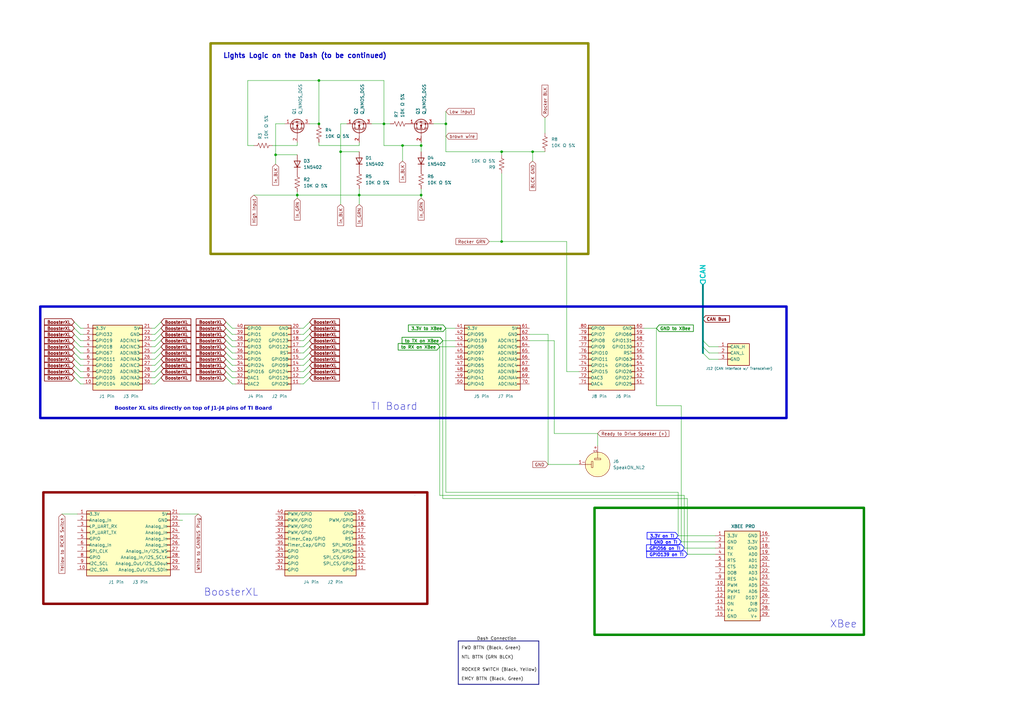
<source format=kicad_sch>
(kicad_sch (version 20230121) (generator eeschema)
  (paper "A3")
  (lib_symbols
    (symbol "Conn_02x06_Counter_Clockwise_1" (pin_names (offset 1.016))
      (property "Value" "J1 Pin	J3 Pin" (at -6.35 -22.86 0))
      (symbol "Conn_02x06_Counter_Clockwise_1_1_1"
        (rectangle (start -8.89 -17.653) (end -7.62 -17.907) (stroke (width 0.1524)))
        (rectangle (start -8.89 -15.113) (end -7.62 -15.367) (stroke (width 0.1524)))
        (rectangle (start -8.89 -12.573) (end -7.62 -12.827) (stroke (width 0.1524)))
        (rectangle (start -8.89 -10.033) (end -7.62 -10.287) (stroke (width 0.1524)))
        (rectangle (start -8.89 -7.493) (end -7.62 -7.747) (stroke (width 0.1524)))
        (rectangle (start -8.89 -4.953) (end -7.62 -5.207) (stroke (width 0.1524)))
        (rectangle (start -8.89 -2.413) (end -7.62 -2.667) (stroke (width 0.1524)))
        (rectangle (start -8.89 0.127) (end -7.62 -0.127) (stroke (width 0.1524)))
        (rectangle (start -8.89 2.667) (end -7.62 2.413) (stroke (width 0.1524)))
        (rectangle (start -8.89 5.207) (end -7.62 4.953) (stroke (width 0.1524)))
        (rectangle (start -8.89 6.35) (end 11.43 -20.32) (stroke (width 0.254)) (fill (type background)))
        (rectangle (start 11.43 -17.907) (end 10.16 -17.653) (stroke (width 0.1524)))
        (rectangle (start 11.43 -15.367) (end 10.16 -15.113) (stroke (width 0.1524)))
        (rectangle (start 11.43 -12.827) (end 10.16 -12.573) (stroke (width 0.1524)))
        (rectangle (start 11.43 -10.287) (end 10.16 -10.033) (stroke (width 0.1524)))
        (rectangle (start 11.43 -7.493) (end 10.16 -7.747) (stroke (width 0.1524)))
        (rectangle (start 11.43 -4.953) (end 10.16 -5.207) (stroke (width 0.1524)))
        (rectangle (start 11.43 -2.413) (end 10.16 -2.667) (stroke (width 0.1524)))
        (rectangle (start 11.43 0.127) (end 10.16 -0.127) (stroke (width 0.1524)))
        (rectangle (start 11.43 2.667) (end 10.16 2.413) (stroke (width 0.1524)))
        (rectangle (start 11.43 5.207) (end 10.16 4.953) (stroke (width 0.1524)))
        (pin passive line (at -12.7 5.08 0) (length 3.81) (name "3.3V") (number "1"))
        (pin passive line (at -12.7 -17.78 0) (length 3.81) (name "GPIO104") (number "10"))
        (pin passive line (at -12.7 2.54 0) (length 3.81) (name "GPIO32") (number "2"))
        (pin passive line (at 15.24 5.08 180) (length 3.81) (name "5V") (number "21"))
        (pin passive line (at 15.24 2.54 180) (length 3.81) (name "GND") (number "22"))
        (pin passive line (at 15.24 0 180) (length 3.81) (name "ADCIN14") (number "23"))
        (pin passive line (at 15.24 -2.54 180) (length 3.81) (name "ADCINC3") (number "24"))
        (pin passive line (at 15.24 -5.08 180) (length 3.81) (name "ADCINB3") (number "25"))
        (pin passive line (at 15.24 -7.62 180) (length 3.81) (name "ADCINA3") (number "26"))
        (pin passive line (at 15.24 -10.16 180) (length 3.81) (name "ADCINC2") (number "27"))
        (pin passive line (at 15.24 -12.7 180) (length 3.81) (name "ADCINB2") (number "28"))
        (pin passive line (at 15.24 -15.24 180) (length 3.81) (name "ADCINA2") (number "29"))
        (pin passive line (at -12.7 0 0) (length 3.81) (name "GPIO19") (number "3"))
        (pin passive line (at 15.24 -17.78 180) (length 3.81) (name "ADCINA0") (number "30"))
        (pin passive line (at -12.7 -2.54 0) (length 3.81) (name "GPIO18") (number "4"))
        (pin passive line (at -12.7 -5.08 0) (length 3.81) (name "GPIO67") (number "5"))
        (pin passive line (at -12.7 -7.62 0) (length 3.81) (name "GPIO111") (number "6"))
        (pin passive line (at -12.7 -10.16 0) (length 3.81) (name "GPIO60") (number "7"))
        (pin passive line (at -12.7 -12.7 0) (length 3.81) (name "GPIO22") (number "8"))
        (pin passive line (at -12.7 -15.24 0) (length 3.81) (name "GPIO105") (number "9"))
      )
    )
    (symbol "Conn_02x06_Counter_Clockwise_2" (pin_names (offset 1.016))
      (property "Value" "J4 Pin	J2 Pin" (at -11.43 -22.86 0))
      (symbol "Conn_02x06_Counter_Clockwise_2_1_1"
        (rectangle (start -12.7 -17.653) (end -11.43 -17.907) (stroke (width 0.1524)))
        (rectangle (start -12.7 -15.113) (end -11.43 -15.367) (stroke (width 0.1524)))
        (rectangle (start -12.7 -12.573) (end -11.43 -12.827) (stroke (width 0.1524)))
        (rectangle (start -12.7 -10.033) (end -11.43 -10.287) (stroke (width 0.1524)))
        (rectangle (start -12.7 -7.493) (end -11.43 -7.747) (stroke (width 0.1524)))
        (rectangle (start -12.7 -4.953) (end -11.43 -5.207) (stroke (width 0.1524)))
        (rectangle (start -12.7 -2.413) (end -11.43 -2.667) (stroke (width 0.1524)))
        (rectangle (start -12.7 0.127) (end -11.43 -0.127) (stroke (width 0.1524)))
        (rectangle (start -12.7 2.667) (end -11.43 2.413) (stroke (width 0.1524)))
        (rectangle (start -12.7 5.207) (end -11.43 4.953) (stroke (width 0.1524)))
        (rectangle (start -12.7 6.35) (end 6.35 -20.32) (stroke (width 0.254)) (fill (type background)))
        (rectangle (start 6.35 -17.907) (end 5.08 -17.653) (stroke (width 0.1524)))
        (rectangle (start 6.35 -15.367) (end 5.08 -15.113) (stroke (width 0.1524)))
        (rectangle (start 6.35 -12.827) (end 5.08 -12.573) (stroke (width 0.1524)))
        (rectangle (start 6.35 -10.287) (end 5.08 -10.033) (stroke (width 0.1524)))
        (rectangle (start 6.35 -7.493) (end 5.08 -7.747) (stroke (width 0.1524)))
        (rectangle (start 6.35 -4.953) (end 5.08 -5.207) (stroke (width 0.1524)))
        (rectangle (start 6.35 -2.413) (end 5.08 -2.667) (stroke (width 0.1524)))
        (rectangle (start 6.35 0.127) (end 5.08 -0.127) (stroke (width 0.1524)))
        (rectangle (start 6.35 2.667) (end 5.08 2.413) (stroke (width 0.1524)))
        (rectangle (start 6.35 5.207) (end 5.08 4.953) (stroke (width 0.1524)))
        (pin passive line (at 10.16 -17.78 180) (length 3.81) (name "GPIO29") (number "11"))
        (pin passive line (at 10.16 -15.24 180) (length 3.81) (name "GPIO125") (number "12"))
        (pin passive line (at 10.16 -12.7 180) (length 3.81) (name "GPIO124") (number "13"))
        (pin passive line (at 10.16 -10.16 180) (length 3.81) (name "GPIO59") (number "14"))
        (pin passive line (at 10.16 -7.62 180) (length 3.81) (name "GPIO58") (number "15"))
        (pin passive line (at 10.16 -5.08 180) (length 3.81) (name "RST") (number "16"))
        (pin passive line (at 10.16 -2.54 180) (length 3.81) (name "GPIO122") (number "17"))
        (pin passive line (at 10.16 0 180) (length 3.81) (name "GPIO123") (number "18"))
        (pin passive line (at 10.16 2.54 180) (length 3.81) (name "GPIO61") (number "19"))
        (pin passive line (at 10.16 5.08 180) (length 3.81) (name "GND") (number "20"))
        (pin passive line (at -16.51 -17.78 0) (length 3.81) (name "DAC2") (number "31"))
        (pin passive line (at -16.51 -15.24 0) (length 3.81) (name "DAC1") (number "32"))
        (pin passive line (at -16.51 -12.7 0) (length 3.81) (name "GPIO16") (number "33"))
        (pin passive line (at -16.51 -10.16 0) (length 3.81) (name "GPIO24") (number "34"))
        (pin passive line (at -16.51 -7.62 0) (length 3.81) (name "GPIO5") (number "35"))
        (pin passive line (at -16.51 -5.08 0) (length 3.81) (name "GPIO4") (number "36"))
        (pin passive line (at -16.51 -2.54 0) (length 3.81) (name "GPIO3") (number "37"))
        (pin passive line (at -16.51 0 0) (length 3.81) (name "GPIO2") (number "38"))
        (pin passive line (at -16.51 2.54 0) (length 3.81) (name "GPIO1") (number "39"))
        (pin passive line (at -16.51 5.08 0) (length 3.81) (name "GPIO0") (number "40"))
      )
    )
    (symbol "Conn_02x06_Counter_Clockwise_3" (pin_names (offset 1.016))
      (property "Value" "J5 Pin	J7 Pin" (at -13.97 -22.86 0))
      (symbol "Conn_02x06_Counter_Clockwise_3_1_1"
        (rectangle (start -17.78 -17.653) (end -16.51 -17.907) (stroke (width 0.1524)))
        (rectangle (start -17.78 -15.113) (end -16.51 -15.367) (stroke (width 0.1524)))
        (rectangle (start -17.78 -12.573) (end -16.51 -12.827) (stroke (width 0.1524)))
        (rectangle (start -17.78 -10.033) (end -16.51 -10.287) (stroke (width 0.1524)))
        (rectangle (start -17.78 -7.493) (end -16.51 -7.747) (stroke (width 0.1524)))
        (rectangle (start -17.78 -4.953) (end -16.51 -5.207) (stroke (width 0.1524)))
        (rectangle (start -17.78 -2.413) (end -16.51 -2.667) (stroke (width 0.1524)))
        (rectangle (start -17.78 0.127) (end -16.51 -0.127) (stroke (width 0.1524)))
        (rectangle (start -17.78 2.667) (end -16.51 2.413) (stroke (width 0.1524)))
        (rectangle (start -17.78 5.207) (end -16.51 4.953) (stroke (width 0.1524)))
        (rectangle (start -17.78 6.35) (end 5.08 -20.32) (stroke (width 0.254)) (fill (type background)))
        (rectangle (start 5.08 -17.907) (end 3.81 -17.653) (stroke (width 0.1524)))
        (rectangle (start 5.08 -15.367) (end 3.81 -15.113) (stroke (width 0.1524)))
        (rectangle (start 5.08 -12.827) (end 3.81 -12.573) (stroke (width 0.1524)))
        (rectangle (start 5.08 -10.287) (end 3.81 -10.033) (stroke (width 0.1524)))
        (rectangle (start 5.08 -7.493) (end 3.81 -7.747) (stroke (width 0.1524)))
        (rectangle (start 5.08 -4.953) (end 3.81 -5.207) (stroke (width 0.1524)))
        (rectangle (start 5.08 -2.413) (end 3.81 -2.667) (stroke (width 0.1524)))
        (rectangle (start 5.08 0.127) (end 3.81 -0.127) (stroke (width 0.1524)))
        (rectangle (start 5.08 2.667) (end 3.81 2.413) (stroke (width 0.1524)))
        (rectangle (start 5.08 5.207) (end 3.81 4.953) (stroke (width 0.1524)))
        (pin passive line (at -21.59 5.08 0) (length 3.81) (name "3.3V") (number "41"))
        (pin passive line (at -21.59 2.54 0) (length 3.81) (name "GPIO95") (number "42"))
        (pin passive line (at -21.59 0 0) (length 3.81) (name "GPIO139") (number "43"))
        (pin passive line (at -21.59 -2.54 0) (length 3.81) (name "GPIO56") (number "44"))
        (pin passive line (at -21.59 -5.08 0) (length 3.81) (name "GPIO97") (number "45"))
        (pin passive line (at -21.59 -7.62 0) (length 3.81) (name "GPIO94") (number "46"))
        (pin passive line (at -21.59 -10.16 0) (length 3.81) (name "GPIO65") (number "47"))
        (pin passive line (at -21.59 -12.7 0) (length 3.81) (name "GPIO52") (number "48"))
        (pin passive line (at -21.59 -15.24 0) (length 3.81) (name "GPIO41") (number "49"))
        (pin passive line (at -21.59 -17.78 0) (length 3.81) (name "GPIO40") (number "50"))
        (pin passive line (at 8.89 5.08 180) (length 3.81) (name "5V") (number "61"))
        (pin passive line (at 8.89 2.54 180) (length 3.81) (name "GND") (number "62"))
        (pin passive line (at 8.89 0 180) (length 3.81) (name "ADCIN15") (number "63"))
        (pin passive line (at 8.89 -2.54 180) (length 3.81) (name "ADCINC5") (number "64"))
        (pin passive line (at 8.89 -5.08 180) (length 3.81) (name "ADCINB5") (number "65"))
        (pin passive line (at 8.89 -7.62 180) (length 3.81) (name "ADCINA5") (number "66"))
        (pin passive line (at 8.89 -10.16 180) (length 3.81) (name "ADCINC4") (number "67"))
        (pin passive line (at 8.89 -12.7 180) (length 3.81) (name "ADCINB4") (number "68"))
        (pin passive line (at 8.89 -15.24 180) (length 3.81) (name "ADCINA4") (number "69"))
        (pin passive line (at 8.89 -17.78 180) (length 3.81) (name "ADCINA1") (number "70"))
      )
    )
    (symbol "Conn_02x06_Counter_Clockwise_4" (pin_names (offset 1.016))
      (property "Value" "J8 Pin	J6 Pin" (at -10.16 -22.86 0))
      (symbol "Conn_02x06_Counter_Clockwise_4_1_1"
        (rectangle (start -11.43 -17.653) (end -10.16 -17.907) (stroke (width 0.1524)))
        (rectangle (start -11.43 -15.113) (end -10.16 -15.367) (stroke (width 0.1524)))
        (rectangle (start -11.43 -12.573) (end -10.16 -12.827) (stroke (width 0.1524)))
        (rectangle (start -11.43 -10.033) (end -10.16 -10.287) (stroke (width 0.1524)))
        (rectangle (start -11.43 -7.493) (end -10.16 -7.747) (stroke (width 0.1524)))
        (rectangle (start -11.43 -4.953) (end -10.16 -5.207) (stroke (width 0.1524)))
        (rectangle (start -11.43 -2.413) (end -10.16 -2.667) (stroke (width 0.1524)))
        (rectangle (start -11.43 0.127) (end -10.16 -0.127) (stroke (width 0.1524)))
        (rectangle (start -11.43 2.667) (end -10.16 2.413) (stroke (width 0.1524)))
        (rectangle (start -11.43 5.207) (end -10.16 4.953) (stroke (width 0.1524)))
        (rectangle (start -11.43 6.35) (end 7.62 -20.32) (stroke (width 0.254)) (fill (type background)))
        (rectangle (start 7.62 -17.907) (end 6.35 -17.653) (stroke (width 0.1524)))
        (rectangle (start 7.62 -15.367) (end 6.35 -15.113) (stroke (width 0.1524)))
        (rectangle (start 7.62 -12.827) (end 6.35 -12.573) (stroke (width 0.1524)))
        (rectangle (start 7.62 -10.287) (end 6.35 -10.033) (stroke (width 0.1524)))
        (rectangle (start 7.62 -7.493) (end 6.35 -7.747) (stroke (width 0.1524)))
        (rectangle (start 7.62 -4.953) (end 6.35 -5.207) (stroke (width 0.1524)))
        (rectangle (start 7.62 -2.413) (end 6.35 -2.667) (stroke (width 0.1524)))
        (rectangle (start 7.62 0.127) (end 6.35 -0.127) (stroke (width 0.1524)))
        (rectangle (start 7.62 2.667) (end 6.35 2.413) (stroke (width 0.1524)))
        (rectangle (start 7.62 5.207) (end 6.35 4.953) (stroke (width 0.1524)))
        (pin passive line (at 11.43 -17.78 180) (length 3.81) (name "GPIO25") (number "51"))
        (pin passive line (at 11.43 -15.24 180) (length 3.81) (name "GPIO27") (number "52"))
        (pin passive line (at 11.43 -12.7 180) (length 3.81) (name "GPIO26") (number "53"))
        (pin passive line (at 11.43 -10.16 180) (length 3.81) (name "GPIO64") (number "54"))
        (pin passive line (at 11.43 -7.62 180) (length 3.81) (name "GPIO63") (number "55"))
        (pin passive line (at 11.43 -5.08 180) (length 3.81) (name "RST") (number "56"))
        (pin passive line (at 11.43 -2.54 180) (length 3.81) (name "GPIO130") (number "57"))
        (pin passive line (at 11.43 0 180) (length 3.81) (name "GPIO131") (number "58"))
        (pin passive line (at 11.43 2.54 180) (length 3.81) (name "GPIO66") (number "59"))
        (pin passive line (at 11.43 5.08 180) (length 3.81) (name "GND") (number "60"))
        (pin passive line (at -15.24 -17.78 0) (length 3.81) (name "DAC4") (number "71"))
        (pin passive line (at -15.24 -15.24 0) (length 3.81) (name "DAC3") (number "72"))
        (pin passive line (at -15.24 -12.7 0) (length 3.81) (name "GPIO15") (number "73"))
        (pin passive line (at -15.24 -10.16 0) (length 3.81) (name "GPIO14") (number "74"))
        (pin passive line (at -15.24 -7.62 0) (length 3.81) (name "GPIO11") (number "75"))
        (pin passive line (at -15.24 -5.08 0) (length 3.81) (name "GPIO10") (number "76"))
        (pin passive line (at -15.24 -2.54 0) (length 3.81) (name "GPIO9") (number "77"))
        (pin passive line (at -15.24 0 0) (length 3.81) (name "GPIO8") (number "78"))
        (pin passive line (at -15.24 2.54 0) (length 3.81) (name "GPIO7") (number "79"))
        (pin passive line (at -15.24 5.08 0) (length 3.81) (name "GPIO6") (number "80"))
      )
    )
    (symbol "Conn_02x06_Counter_Clockwise_5" (pin_names (offset 1.016))
      (property "Value" "J12 (CAN Interface w/ Transceiver)" (at -20.32 -3.81 0))
      (symbol "Conn_02x06_Counter_Clockwise_5_1_1"
        (rectangle (start -11.43 0.127) (end -10.16 -0.127) (stroke (width 0.1524)))
        (rectangle (start -11.43 2.667) (end -10.16 2.413) (stroke (width 0.1524)))
        (rectangle (start -11.43 5.207) (end -10.16 4.953) (stroke (width 0.1524)))
        (rectangle (start -11.43 6.35) (end -2.54 -2.54) (stroke (width 0.254)) (fill (type background)))
        (pin passive line (at -15.24 5.08 0) (length 3.81) (name "CAN_H") (number "1"))
        (pin passive line (at -15.24 2.54 0) (length 3.81) (name "CAN_L") (number "2"))
        (pin passive line (at -15.24 0 0) (length 3.81) (name "GND") (number "3"))
      )
    )
    (symbol "Conn_02x06_Counter_Clockwise_6" (pin_names (offset 1.016))
      (property "Value" "XBEE PRO" (at -5.08 20.32 0))
      (symbol "Conn_02x06_Counter_Clockwise_6_1_1"
        (rectangle (start -7.62 18.415) (end 6.985 -18.415) (stroke (width 0.254)) (fill (type background)))
        (pin passive line (at -11.43 16.51 0) (length 3.81) (name "3.3V") (number "1"))
        (pin passive line (at -11.43 -3.81 0) (length 3.81) (name "PWM") (number "10"))
        (pin passive line (at -11.43 -6.35 0) (length 3.81) (name "PWM1") (number "11"))
        (pin passive line (at -11.43 -8.89 0) (length 3.81) (name "REF") (number "12"))
        (pin passive line (at -11.43 -11.43 0) (length 3.81) (name "ON") (number "13"))
        (pin passive line (at -11.43 -13.97 0) (length 3.81) (name "V+") (number "14"))
        (pin passive line (at -11.43 -16.51 0) (length 3.81) (name "GND") (number "15"))
        (pin passive line (at 10.795 16.51 180) (length 3.81) (name "GND") (number "16"))
        (pin passive line (at 10.795 13.97 180) (length 3.81) (name "3.3V") (number "17"))
        (pin passive line (at 10.795 11.43 180) (length 3.81) (name "GND") (number "18"))
        (pin passive line (at 10.795 8.89 180) (length 3.81) (name "AD0") (number "19"))
        (pin passive line (at -11.43 13.97 0) (length 3.81) (name "GND") (number "2"))
        (pin passive line (at 10.795 6.35 180) (length 3.81) (name "AD1") (number "20"))
        (pin passive line (at 10.795 3.81 180) (length 3.81) (name "AD2") (number "21"))
        (pin passive line (at 10.795 1.27 180) (length 3.81) (name "AD3") (number "22"))
        (pin passive line (at 10.795 -1.27 180) (length 3.81) (name "AD4") (number "23"))
        (pin passive line (at 10.795 -3.81 180) (length 3.81) (name "AD5") (number "24"))
        (pin passive line (at 10.795 -6.35 180) (length 3.81) (name "AD6") (number "25"))
        (pin passive line (at 10.795 -8.89 180) (length 3.81) (name "D107") (number "26"))
        (pin passive line (at 10.795 -11.43 180) (length 3.81) (name "DI8") (number "27"))
        (pin passive line (at 10.795 -13.97 180) (length 3.81) (name "GND") (number "28"))
        (pin passive line (at 10.795 -16.51 180) (length 3.81) (name "V+") (number "29"))
        (pin passive line (at -11.43 11.43 0) (length 3.81) (name "RX") (number "3"))
        (pin passive line (at -11.43 8.89 0) (length 3.81) (name "TX") (number "4"))
        (pin passive line (at -11.43 6.35 0) (length 3.81) (name "RTS") (number "5"))
        (pin passive line (at -11.43 3.81 0) (length 3.81) (name "CTS") (number "6"))
        (pin passive line (at -11.43 1.27 0) (length 3.81) (name "DO8") (number "7"))
        (pin passive line (at -11.43 -1.27 0) (length 3.81) (name "RES") (number "9"))
      )
    )
    (symbol "Conn_02x06_Counter_Clockwise_7" (pin_names (offset 1.016))
      (property "Value" "J4 Pin	J2 Pin" (at -15.24 -22.86 0))
      (symbol "Conn_02x06_Counter_Clockwise_7_1_1"
        (rectangle (start -22.86 -17.653) (end -21.59 -17.907) (stroke (width 0.1524)))
        (rectangle (start -22.86 -15.113) (end -21.59 -15.367) (stroke (width 0.1524)))
        (rectangle (start -22.86 -12.573) (end -21.59 -12.827) (stroke (width 0.1524)))
        (rectangle (start -22.86 -10.033) (end -21.59 -10.287) (stroke (width 0.1524)))
        (rectangle (start -22.86 -7.493) (end -21.59 -7.747) (stroke (width 0.1524)))
        (rectangle (start -22.86 -4.953) (end -21.59 -5.207) (stroke (width 0.1524)))
        (rectangle (start -22.86 -2.413) (end -21.59 -2.667) (stroke (width 0.1524)))
        (rectangle (start -22.86 0.127) (end -21.59 -0.127) (stroke (width 0.1524)))
        (rectangle (start -22.86 2.667) (end -21.59 2.413) (stroke (width 0.1524)))
        (rectangle (start -22.86 5.207) (end -21.59 4.953) (stroke (width 0.1524)))
        (rectangle (start -22.86 6.35) (end 6.35 -20.32) (stroke (width 0.254)) (fill (type background)))
        (rectangle (start 6.35 -17.907) (end 5.08 -17.653) (stroke (width 0.1524)))
        (rectangle (start 6.35 -15.367) (end 5.08 -15.113) (stroke (width 0.1524)))
        (rectangle (start 6.35 -12.827) (end 5.08 -12.573) (stroke (width 0.1524)))
        (rectangle (start 6.35 -10.287) (end 5.08 -10.033) (stroke (width 0.1524)))
        (rectangle (start 6.35 -7.493) (end 5.08 -7.747) (stroke (width 0.1524)))
        (rectangle (start 6.35 -4.953) (end 5.08 -5.207) (stroke (width 0.1524)))
        (rectangle (start 6.35 -2.413) (end 5.08 -2.667) (stroke (width 0.1524)))
        (rectangle (start 6.35 0.127) (end 5.08 -0.127) (stroke (width 0.1524)))
        (rectangle (start 6.35 2.667) (end 5.08 2.413) (stroke (width 0.1524)))
        (rectangle (start 6.35 5.207) (end 5.08 4.953) (stroke (width 0.1524)))
        (pin passive line (at 10.16 -17.78 180) (length 3.81) (name "GPIO") (number "11"))
        (pin passive line (at 10.16 -15.24 180) (length 3.81) (name "SPI_CS/GPIO") (number "12"))
        (pin passive line (at 10.16 -12.7 180) (length 3.81) (name "SPI_CS/GPIO") (number "13"))
        (pin passive line (at 10.16 -10.16 180) (length 3.81) (name "SPI_MISO") (number "14"))
        (pin passive line (at 10.16 -7.62 180) (length 3.81) (name "SPI_MOSI") (number "15"))
        (pin passive line (at 10.16 -5.08 180) (length 3.81) (name "RST") (number "16"))
        (pin passive line (at 10.16 -2.54 180) (length 3.81) (name "GPIO") (number "17"))
        (pin passive line (at 10.16 0 180) (length 3.81) (name "GPIO") (number "18"))
        (pin passive line (at 10.16 2.54 180) (length 3.81) (name "PWM/GPIO") (number "19"))
        (pin passive line (at 10.16 5.08 180) (length 3.81) (name "GND") (number "20"))
        (pin passive line (at -26.67 -17.78 0) (length 3.81) (name "GPIO") (number "31"))
        (pin passive line (at -26.67 -15.24 0) (length 3.81) (name "GPIO") (number "32"))
        (pin passive line (at -26.67 -12.7 0) (length 3.81) (name "GPIO") (number "33"))
        (pin passive line (at -26.67 -10.16 0) (length 3.81) (name "GPIO") (number "34"))
        (pin passive line (at -26.67 -7.62 0) (length 3.81) (name "Timer_Cap/GPIO") (number "35"))
        (pin passive line (at -26.67 -5.08 0) (length 3.81) (name "Timer_Cap/GPIO") (number "36"))
        (pin passive line (at -26.67 -2.54 0) (length 3.81) (name "PWM/GPIO") (number "37"))
        (pin passive line (at -26.67 0 0) (length 3.81) (name "PWM/GPIO") (number "38"))
        (pin passive line (at -26.67 2.54 0) (length 3.81) (name "PWM/GPIO") (number "39"))
        (pin passive line (at -26.67 5.08 0) (length 3.81) (name "PWM/GPIO") (number "40"))
      )
    )
    (symbol "Conn_02x06_Counter_Clockwise_8" (pin_names (offset 1.016))
      (property "Value" "J1 Pin	J3 Pin" (at 0 -22.86 0))
      (symbol "Conn_02x06_Counter_Clockwise_8_1_1"
        (rectangle (start -8.89 -17.653) (end -7.62 -17.907) (stroke (width 0.1524)))
        (rectangle (start -8.89 -15.113) (end -7.62 -15.367) (stroke (width 0.1524)))
        (rectangle (start -8.89 -12.573) (end -7.62 -12.827) (stroke (width 0.1524)))
        (rectangle (start -8.89 -10.033) (end -7.62 -10.287) (stroke (width 0.1524)))
        (rectangle (start -8.89 -7.493) (end -7.62 -7.747) (stroke (width 0.1524)))
        (rectangle (start -8.89 -4.953) (end -7.62 -5.207) (stroke (width 0.1524)))
        (rectangle (start -8.89 -2.413) (end -7.62 -2.667) (stroke (width 0.1524)))
        (rectangle (start -8.89 0.127) (end -7.62 -0.127) (stroke (width 0.1524)))
        (rectangle (start -8.89 2.667) (end -7.62 2.413) (stroke (width 0.1524)))
        (rectangle (start -8.89 5.207) (end -7.62 4.953) (stroke (width 0.1524)))
        (rectangle (start -8.89 6.35) (end 25.4 -20.32) (stroke (width 0.254)) (fill (type background)))
        (rectangle (start 25.4 -17.907) (end 24.13 -17.653) (stroke (width 0.1524)))
        (rectangle (start 25.4 -15.367) (end 24.13 -15.113) (stroke (width 0.1524)))
        (rectangle (start 25.4 -12.827) (end 24.13 -12.573) (stroke (width 0.1524)))
        (rectangle (start 25.4 -10.287) (end 24.13 -10.033) (stroke (width 0.1524)))
        (rectangle (start 25.4 -7.493) (end 24.13 -7.747) (stroke (width 0.1524)))
        (rectangle (start 25.4 -4.953) (end 24.13 -5.207) (stroke (width 0.1524)))
        (rectangle (start 25.4 -2.413) (end 24.13 -2.667) (stroke (width 0.1524)))
        (rectangle (start 25.4 0.127) (end 24.13 -0.127) (stroke (width 0.1524)))
        (rectangle (start 25.4 2.667) (end 24.13 2.413) (stroke (width 0.1524)))
        (rectangle (start 25.4 5.207) (end 24.13 4.953) (stroke (width 0.1524)))
        (pin passive line (at -12.7 5.08 0) (length 3.81) (name "3.3V") (number "1"))
        (pin passive line (at -12.7 -17.78 0) (length 3.81) (name "I2C_SDA") (number "10"))
        (pin passive line (at -12.7 2.54 0) (length 3.81) (name "Analog_In") (number "2"))
        (pin passive line (at 29.21 5.08 180) (length 3.81) (name "5V") (number "21"))
        (pin passive line (at 29.21 2.54 180) (length 3.81) (name "GND") (number "22"))
        (pin passive line (at 29.21 0 180) (length 3.81) (name "Analog_In") (number "23"))
        (pin passive line (at 29.21 -2.54 180) (length 3.81) (name "Analog_In") (number "24"))
        (pin passive line (at 29.21 -5.08 180) (length 3.81) (name "Analog_In") (number "25"))
        (pin passive line (at 29.21 -7.62 180) (length 3.81) (name "Analog_In") (number "26"))
        (pin passive line (at 29.21 -10.16 180) (length 3.81) (name "Analog_In/I2S_WS") (number "27"))
        (pin passive line (at 29.21 -12.7 180) (length 3.81) (name "Analog_In/I2S_SCLK") (number "28"))
        (pin passive line (at 29.21 -15.24 180) (length 3.81) (name "Analog_Out/I2S_SDout") (number "29"))
        (pin passive line (at -12.7 0 0) (length 3.81) (name "LP_UART_RX") (number "3"))
        (pin passive line (at 29.21 -17.78 180) (length 3.81) (name "Analog_Out/I2S_SDin") (number "30"))
        (pin passive line (at -12.7 -2.54 0) (length 3.81) (name "LP_UART_TX") (number "4"))
        (pin passive line (at -12.7 -5.08 0) (length 3.81) (name "GPIO") (number "5"))
        (pin passive line (at -12.7 -7.62 0) (length 3.81) (name "Analog_In") (number "6"))
        (pin passive line (at -12.7 -10.16 0) (length 3.81) (name "SPI_CLK") (number "7"))
        (pin passive line (at -12.7 -12.7 0) (length 3.81) (name "GPIO") (number "8"))
        (pin passive line (at -12.7 -15.24 0) (length 3.81) (name "I2C_SCL") (number "9"))
      )
    )
    (symbol "Connector_Audio:SpeakON_NL2" (pin_names hide)
      (property "Reference" "J" (at 2.54 8.89 0))
      (property "Value" "SpeakON_NL2" (at 7.62 6.35 0))
      (symbol "SpeakON_NL2_0_1"
        (rectangle (start -2.54 1.27) (end -1.905 -1.27))
        (rectangle (start -1.27 2.54) (end 1.27 1.905))
        (polyline (pts (xy -5.08 0) (xy -2.54 0)))
        (polyline (pts (xy 0 5.08) (xy 0 2.54)))
        (circle (center 0 0) (radius 5.08) (fill (type background)))
        (pin passive line (at -7.62 0 0) (length 2.54) (name "1-") (number "1-"))
      )
      (symbol "SpeakON_NL2_1_1"
        (pin passive line (at 0 7.62 270) (length 2.54) (name "1+") (number "1+"))
      )
    )
    (symbol "Device:Q_NMOS_DGS" (pin_names (offset 0) hide)
      (property "Reference" "Q" (at 5.08 1.27 0))
      (property "Value" "Q_NMOS_DGS" (at 5.08 -1.27 0))
      (symbol "Q_NMOS_DGS_0_1"
        (polyline (pts (xy 0.254 0) (xy -2.54 0)))
        (polyline (pts (xy 0.254 1.905) (xy 0.254 -1.905)) (stroke (width 0.254)))
        (polyline (pts (xy 0.762 -1.27) (xy 0.762 -2.286)) (stroke (width 0.254)))
        (polyline (pts (xy 0.762 0.508) (xy 0.762 -0.508)) (stroke (width 0.254)))
        (polyline (pts (xy 0.762 2.286) (xy 0.762 1.27)) (stroke (width 0.254)))
        (polyline (pts (xy 2.54 2.54) (xy 2.54 1.778)))
        (polyline (pts (xy 2.54 -2.54) (xy 2.54 0) (xy 0.762 0)))
        (polyline (pts (xy 0.762 -1.778) (xy 3.302 -1.778) (xy 3.302 1.778) (xy 0.762 1.778)))
        (polyline (pts (xy 1.016 0) (xy 2.032 0.381) (xy 2.032 -0.381) (xy 1.016 0)) (fill (type outline)))
        (polyline (pts (xy 2.794 0.508) (xy 2.921 0.381) (xy 3.683 0.381) (xy 3.81 0.254)))
        (polyline (pts (xy 3.302 0.381) (xy 2.921 -0.254) (xy 3.683 -0.254) (xy 3.302 0.381)))
        (circle (center 1.651 0) (radius 2.794) (stroke (width 0.254)))
        (circle (center 2.54 -1.778) (radius 0.254) (fill (type outline)))
        (circle (center 2.54 1.778) (radius 0.254) (fill (type outline)))
      )
      (symbol "Q_NMOS_DGS_1_1"
        (pin passive line (at 2.54 5.08 270) (length 2.54) (name "D") (number "1"))
        (pin input line (at -5.08 0 0) (length 2.54) (name "G") (number "2"))
        (pin passive line (at 2.54 -5.08 90) (length 2.54) (name "S") (number "3"))
      )
    )
    (symbol "Device:R_US" (pin_numbers hide) (pin_names (offset 0))
      (property "Reference" "R" (at 2.54 0 90))
      (property "Value" "R_US" (at -2.54 0 90))
      (symbol "R_US_0_1"
        (polyline (pts (xy 0 -2.286) (xy 0 -2.54)))
        (polyline (pts (xy 0 2.286) (xy 0 2.54)))
        (polyline (pts (xy 0 -0.762) (xy 1.016 -1.143) (xy 0 -1.524) (xy -1.016 -1.905) (xy 0 -2.286)))
        (polyline (pts (xy 0 0.762) (xy 1.016 0.381) (xy 0 0) (xy -1.016 -0.381) (xy 0 -0.762)))
        (polyline (pts (xy 0 2.286) (xy 1.016 1.905) (xy 0 1.524) (xy -1.016 1.143) (xy 0 0.762)))
      )
      (symbol "R_US_1_1"
        (pin passive line (at 0 3.81 270) (length 1.27) (name "~") (number "1"))
        (pin passive line (at 0 -3.81 90) (length 1.27) (name "~") (number "2"))
      )
    )
    (symbol "Diode:1N5402" (pin_numbers hide) (pin_names hide)
      (property "Reference" "D" (at 0 2.54 0))
      (property "Value" "1N5402" (at 0 -2.54 0))
      (symbol "1N5402_0_1"
        (polyline (pts (xy -1.27 1.27) (xy -1.27 -1.27)) (stroke (width 0.254)))
        (polyline (pts (xy 1.27 0) (xy -1.27 0)))
        (polyline (pts (xy 1.27 1.27) (xy 1.27 -1.27) (xy -1.27 0) (xy 1.27 1.27)) (stroke (width 0.254)))
      )
      (symbol "1N5402_1_1"
        (pin passive line (at -3.81 0 0) (length 2.54) (name "K") (number "1"))
        (pin passive line (at 3.81 0 180) (length 2.54) (name "A") (number "2"))
      )
    )
  )
  (junction (at 130.81 50.8))
  (junction (at 172.72 80.01))
  (junction (at 218.44 62.23))
  (junction (at 182.88 50.8))
  (junction (at 139.7 62.23))
  (junction (at 172.72 59.69))
  (junction (at 130.81 33.02))
  (junction (at 205.74 99.06))
  (junction (at 157.48 50.8))
  (junction (at 205.74 62.23))
  (junction (at 147.32 80.01))
  (junction (at 121.92 80.01))
  (junction (at 113.03 63.5))
  (junction (at 165.1 59.69))
  (bus_entry (at 66.04 144.78) (size -2.54 2.54))
  (bus_entry (at 66.04 137.16) (size -2.54 2.54))
  (bus_entry (at 66.04 152.4) (size -2.54 2.54))
  (bus_entry (at 127 142.24) (size -2.54 2.54))
  (bus_entry (at 66.04 134.62) (size -2.54 2.54))
  (bus_entry (at 288.29 142.24) (size 2.54 2.54))
  (bus_entry (at 92.71 152.4) (size 2.54 2.54))
  (bus_entry (at 92.71 132.08) (size 2.54 2.54))
  (bus_entry (at 30.48 137.16) (size 2.54 2.54))
  (bus_entry (at 127 152.4) (size -2.54 2.54))
  (bus_entry (at 66.04 149.86) (size -2.54 2.54))
  (bus_entry (at 288.29 144.78) (size 2.54 2.54))
  (bus_entry (at 127 149.86) (size -2.54 2.54))
  (bus_entry (at 92.71 137.16) (size 2.54 2.54))
  (bus_entry (at 92.71 154.94) (size 2.54 2.54))
  (bus_entry (at 92.71 149.86) (size 2.54 2.54))
  (bus_entry (at 30.48 139.7) (size 2.54 2.54))
  (bus_entry (at 30.48 132.08) (size 2.54 2.54))
  (bus_entry (at 127 147.32) (size -2.54 2.54))
  (bus_entry (at 127 154.94) (size -2.54 2.54))
  (bus_entry (at 66.04 147.32) (size -2.54 2.54))
  (bus_entry (at 92.71 147.32) (size 2.54 2.54))
  (bus_entry (at 288.29 139.7) (size 2.54 2.54))
  (bus_entry (at 30.48 134.62) (size 2.54 2.54))
  (bus_entry (at 30.48 147.32) (size 2.54 2.54))
  (bus_entry (at 92.71 134.62) (size 2.54 2.54))
  (bus_entry (at 30.48 144.78) (size 2.54 2.54))
  (bus_entry (at 66.04 132.08) (size -2.54 2.54))
  (bus_entry (at 30.48 154.94) (size 2.54 2.54))
  (bus_entry (at 127 134.62) (size -2.54 2.54))
  (bus_entry (at 30.48 152.4) (size 2.54 2.54))
  (bus_entry (at 92.71 144.78) (size 2.54 2.54))
  (bus_entry (at 30.48 149.86) (size 2.54 2.54))
  (bus_entry (at 127 137.16) (size -2.54 2.54))
  (bus_entry (at 66.04 139.7) (size -2.54 2.54))
  (bus_entry (at 92.71 139.7) (size 2.54 2.54))
  (bus_entry (at 127 144.78) (size -2.54 2.54))
  (bus_entry (at 66.04 142.24) (size -2.54 2.54))
  (bus_entry (at 127 139.7) (size -2.54 2.54))
  (bus_entry (at 30.48 142.24) (size 2.54 2.54))
  (bus_entry (at 127 132.08) (size -2.54 2.54))
  (bus_entry (at 92.71 142.24) (size 2.54 2.54))
  (bus_entry (at 66.04 154.94) (size -2.54 2.54))
  (wire (pts (xy 113.03 63.5) (xy 121.92 63.5)))
  (wire (pts (xy 123.19 157.48) (xy 124.46 157.48)))
  (wire (pts (xy 101.6 59.69) (xy 101.6 33.02)))
  (wire (pts (xy 186.69 139.7) (xy 181.61 139.7)))
  (wire (pts (xy 33.02 139.7) (xy 34.29 139.7)))
  (wire (pts (xy 123.19 139.7) (xy 124.46 139.7)))
  (wire (pts (xy 280.67 203.2) (xy 180.34 203.2)))
  (wire (pts (xy 33.02 134.62) (xy 34.29 134.62)))
  (wire (pts (xy 172.72 81.28) (xy 172.72 80.01)))
  (wire (pts (xy 293.37 222.25) (xy 279.4 222.25)))
  (wire (pts (xy 95.25 147.32) (xy 96.52 147.32)))
  (wire (pts (xy 232.41 152.4) (xy 237.49 152.4)))
  (wire (pts (xy 123.19 134.62) (xy 124.46 134.62)))
  (wire (pts (xy 290.83 144.78) (xy 294.64 144.78)))
  (wire (pts (xy 33.02 144.78) (xy 34.29 144.78)))
  (wire (pts (xy 62.23 134.62) (xy 63.5 134.62)))
  (wire (pts (xy 227.33 139.7) (xy 217.17 139.7)))
  (bus (pts (xy 288.29 142.24) (xy 288.29 144.78)) (stroke (width 0.75) (color 0 132 132 1)))
  (wire (pts (xy 165.1 59.69) (xy 172.72 59.69)))
  (wire (pts (xy 147.32 59.69) (xy 147.32 58.42)))
  (wire (pts (xy 95.25 142.24) (xy 96.52 142.24)))
  (wire (pts (xy 182.88 50.8) (xy 182.88 62.23)))
  (wire (pts (xy 157.48 50.8) (xy 157.48 59.69)))
  (wire (pts (xy 224.79 137.16) (xy 217.17 137.16)))
  (wire (pts (xy 245.11 182.88) (xy 245.11 177.8)))
  (wire (pts (xy 123.19 137.16) (xy 124.46 137.16)))
  (wire (pts (xy 147.32 80.01) (xy 147.32 77.47)))
  (wire (pts (xy 73.66 213.36) (xy 74.93 213.36)))
  (wire (pts (xy 182.88 201.93) (xy 278.13 201.93)))
  (wire (pts (xy 33.02 142.24) (xy 34.29 142.24)))
  (wire (pts (xy 130.81 58.42) (xy 130.81 59.69)))
  (wire (pts (xy 95.25 134.62) (xy 96.52 134.62)))
  (wire (pts (xy 290.83 147.32) (xy 294.64 147.32)))
  (wire (pts (xy 139.7 62.23) (xy 147.32 62.23)))
  (wire (pts (xy 139.7 50.8) (xy 139.7 62.23)))
  (wire (pts (xy 123.19 147.32) (xy 124.46 147.32)))
  (wire (pts (xy 182.88 50.8) (xy 182.88 45.72)))
  (wire (pts (xy 279.4 166.37) (xy 279.4 222.25)))
  (wire (pts (xy 172.72 80.01) (xy 172.72 77.47)))
  (wire (pts (xy 62.23 149.86) (xy 63.5 149.86)))
  (wire (pts (xy 121.92 59.69) (xy 121.92 58.42)))
  (wire (pts (xy 73.66 210.82) (xy 81.28 210.82)))
  (wire (pts (xy 139.7 50.8) (xy 142.24 50.8)))
  (wire (pts (xy 290.83 142.24) (xy 294.64 142.24)))
  (bus (pts (xy 187.96 262.89) (xy 187.96 280.67)))
  (wire (pts (xy 200.66 99.06) (xy 205.74 99.06)))
  (wire (pts (xy 218.44 66.04) (xy 218.44 62.23)))
  (wire (pts (xy 205.74 63.5) (xy 205.74 62.23)))
  (wire (pts (xy 223.52 48.26) (xy 223.52 54.61)))
  (wire (pts (xy 62.23 144.78) (xy 63.5 144.78)))
  (wire (pts (xy 269.24 166.37) (xy 269.24 134.62)))
  (wire (pts (xy 172.72 59.69) (xy 172.72 58.42)))
  (wire (pts (xy 152.4 50.8) (xy 157.48 50.8)))
  (wire (pts (xy 186.69 142.24) (xy 180.34 142.24)))
  (bus (pts (xy 288.29 139.7) (xy 288.29 142.24)) (stroke (width 0.75) (color 0 132 132 1)))
  (wire (pts (xy 172.72 62.23) (xy 172.72 59.69)))
  (wire (pts (xy 182.88 62.23) (xy 205.74 62.23)))
  (wire (pts (xy 157.48 50.8) (xy 160.02 50.8)))
  (wire (pts (xy 95.25 157.48) (xy 96.52 157.48)))
  (wire (pts (xy 95.25 139.7) (xy 96.52 139.7)))
  (wire (pts (xy 165.1 66.04) (xy 165.1 59.69)))
  (wire (pts (xy 123.19 149.86) (xy 124.46 149.86)))
  (wire (pts (xy 113.03 50.8) (xy 113.03 63.5)))
  (wire (pts (xy 280.67 224.79) (xy 293.37 224.79)))
  (wire (pts (xy 280.67 203.2) (xy 280.67 224.79)))
  (wire (pts (xy 123.19 144.78) (xy 124.46 144.78)))
  (wire (pts (xy 62.23 147.32) (xy 63.5 147.32)))
  (wire (pts (xy 104.14 59.69) (xy 101.6 59.69)))
  (wire (pts (xy 182.88 134.62) (xy 182.88 201.93)))
  (wire (pts (xy 111.76 59.69) (xy 121.92 59.69)))
  (wire (pts (xy 123.19 142.24) (xy 124.46 142.24)))
  (wire (pts (xy 121.92 81.28) (xy 121.92 80.01)))
  (wire (pts (xy 123.19 154.94) (xy 124.46 154.94)))
  (bus (pts (xy 220.98 262.89) (xy 220.98 280.67)))
  (wire (pts (xy 147.32 80.01) (xy 172.72 80.01)))
  (wire (pts (xy 181.61 204.47) (xy 281.94 204.47)))
  (wire (pts (xy 62.23 152.4) (xy 63.5 152.4)))
  (wire (pts (xy 205.74 99.06) (xy 232.41 99.06)))
  (wire (pts (xy 232.41 152.4) (xy 232.41 99.06)))
  (wire (pts (xy 33.02 149.86) (xy 34.29 149.86)))
  (wire (pts (xy 177.8 50.8) (xy 182.88 50.8)))
  (wire (pts (xy 205.74 99.06) (xy 205.74 71.12)))
  (wire (pts (xy 95.25 137.16) (xy 96.52 137.16)))
  (wire (pts (xy 62.23 142.24) (xy 63.5 142.24)))
  (wire (pts (xy 33.02 152.4) (xy 34.29 152.4)))
  (wire (pts (xy 62.23 157.48) (xy 63.5 157.48)))
  (wire (pts (xy 182.88 134.62) (xy 186.69 134.62)))
  (bus (pts (xy 288.29 116.84) (xy 288.29 139.7)) (stroke (width 0.75) (color 0 132 132 1)))
  (wire (pts (xy 180.34 203.2) (xy 180.34 142.24)))
  (wire (pts (xy 121.92 80.01) (xy 147.32 80.01)))
  (wire (pts (xy 33.02 154.94) (xy 34.29 154.94)))
  (wire (pts (xy 123.19 152.4) (xy 124.46 152.4)))
  (wire (pts (xy 157.48 59.69) (xy 165.1 59.69)))
  (wire (pts (xy 157.48 50.8) (xy 157.48 33.02)))
  (wire (pts (xy 95.25 154.94) (xy 96.52 154.94)))
  (wire (pts (xy 113.03 67.31) (xy 113.03 63.5)))
  (wire (pts (xy 139.7 83.82) (xy 139.7 62.23)))
  (wire (pts (xy 130.81 59.69) (xy 147.32 59.69)))
  (wire (pts (xy 130.81 33.02) (xy 130.81 50.8)))
  (wire (pts (xy 62.23 154.94) (xy 63.5 154.94)))
  (wire (pts (xy 121.92 80.01) (xy 121.92 78.74)))
  (wire (pts (xy 147.32 83.82) (xy 147.32 80.01)))
  (wire (pts (xy 33.02 147.32) (xy 34.29 147.32)))
  (wire (pts (xy 205.74 62.23) (xy 218.44 62.23)))
  (wire (pts (xy 101.6 33.02) (xy 130.81 33.02)))
  (wire (pts (xy 281.94 204.47) (xy 281.94 227.33)))
  (wire (pts (xy 62.23 139.7) (xy 63.5 139.7)))
  (wire (pts (xy 62.23 137.16) (xy 63.5 137.16)))
  (bus (pts (xy 220.98 280.67) (xy 187.96 280.67)))
  (wire (pts (xy 181.61 139.7) (xy 181.61 204.47)))
  (bus (pts (xy 187.96 262.89) (xy 220.98 262.89)))
  (wire (pts (xy 95.25 152.4) (xy 96.52 152.4)))
  (wire (pts (xy 33.02 157.48) (xy 34.29 157.48)))
  (wire (pts (xy 95.25 149.86) (xy 96.52 149.86)))
  (wire (pts (xy 218.44 62.23) (xy 223.52 62.23)))
  (wire (pts (xy 227.33 177.8) (xy 245.11 177.8)))
  (wire (pts (xy 33.02 137.16) (xy 34.29 137.16)))
  (wire (pts (xy 95.25 144.78) (xy 96.52 144.78)))
  (wire (pts (xy 278.13 201.93) (xy 278.13 219.71)))
  (wire (pts (xy 116.84 50.8) (xy 113.03 50.8)))
  (wire (pts (xy 281.94 227.33) (xy 293.37 227.33)))
  (wire (pts (xy 278.13 219.71) (xy 293.37 219.71)))
  (wire (pts (xy 130.81 50.8) (xy 127 50.8)))
  (wire (pts (xy 224.79 137.16) (xy 224.79 190.5)))
  (wire (pts (xy 227.33 177.8) (xy 227.33 139.7)))
  (wire (pts (xy 25.4 210.82) (xy 31.75 210.82)))
  (wire (pts (xy 224.79 190.5) (xy 237.49 190.5)))
  (wire (pts (xy 104.14 80.01) (xy 121.92 80.01)))
  (wire (pts (xy 264.16 134.62) (xy 269.24 134.62)))
  (wire (pts (xy 157.48 33.02) (xy 130.81 33.02)))
  (wire (pts (xy 279.4 166.37) (xy 269.24 166.37)))
  (rectangle (start 16.51 125.73) (end 322.58 171.45) (stroke (width 1)))
  (rectangle (start 86.36 17.78) (end 241.3 104.14) (stroke (width 1) (color 132 132 0 1)))
  (rectangle (start 243.84 208.28) (end 354.33 260.35) (stroke (width 1) (color 0 132 0 1)))
  (rectangle (start 17.78 201.93) (end 175.26 247.65) (stroke (width 1) (color 132 0 0 1)))
  (text_box "TI Board" (at 149.86 162.56 0) (size 25.4 7.62) (stroke (width -0.0001)) (effects (font (size 3 3)) (justify left top)))
  (text_box "BoosterXL\n" (at 81.28 238.76 0) (size 25.4 7.62) (stroke (width -0.0001)) (effects (font (size 3 3)) (justify left top)))
  (text_box "" (at 170.18 203.2 0) (size 0 0) (effects (font (size 2.5 2.5)) (justify left top)))
  (text "Booster XL sits directly on top of J1-J4 pins of TI Board" (at 46.99 168.91 0) (effects (font (size 1.5 1.5)) (justify left bottom)))
  (text "Lights Logic on the Dash (to be continued)" (at 91.44 24.13 0) (effects (font (size 2 2) (thickness 0.4) bold) (justify left bottom)))
  (text "XBee" (at 340.36 257.81 0) (effects (font (size 3 3)) (justify left bottom)))
  (label "EMCY BTTN (Black, Green)" (at 189.23 279.4 0))
  (label "Dash Connection" (at 195.58 262.89 0))
  (label "NTL BTTN (GRN BLCK)" (at 189.23 270.51 0))
  (label "FWD BTTN (Black, Green)" (at 189.23 266.7 0))
  (label "ROCKER SWITCH (Black, Yellow)" (at 189.23 275.59 0))
  (global_label "BoosterXL" (shape input) (at 127 147.32 0) (effects (font (thickness 0.254) bold)) (property "Intersheetrefs" "${INTERSHEET_REFS}" (effects hide)))
  (global_label "High Input" (shape input) (at 104.14 80.01 270) (property "Intersheetrefs" "${INTERSHEET_REFS}" (effects hide)))
  (global_label "BoosterXL" (shape input) (at 30.48 149.86 180) (effects (font (thickness 0.254) bold)) (property "Intersheetrefs" "${INTERSHEET_REFS}" (effects hide)))
  (global_label "in_GRN" (shape input) (at 172.72 81.28 270) (property "Intersheetrefs" "${INTERSHEET_REFS}" (effects hide)))
  (global_label "in_BLK" (shape input) (at 165.1 66.04 270) (property "Intersheetrefs" "${INTERSHEET_REFS}" (effects hide)))
  (global_label "GND" (shape input) (at 224.79 190.5 180) (property "Intersheetrefs" "${INTERSHEET_REFS}" (effects hide)))
  (global_label "BoosterXL" (shape input) (at 92.71 152.4 180) (effects (font (thickness 0.254) bold)) (property "Intersheetrefs" "${INTERSHEET_REFS}" (effects hide)))
  (global_label "BoosterXL" (shape input) (at 92.71 154.94 180) (effects (font (thickness 0.254) bold)) (property "Intersheetrefs" "${INTERSHEET_REFS}" (effects hide)))
  (global_label "BoosterXL" (shape input) (at 66.04 149.86 0) (effects (font (thickness 0.254) bold)) (property "Intersheetrefs" "${INTERSHEET_REFS}" (effects hide)))
  (global_label "BoosterXL" (shape input) (at 30.48 132.08 180) (effects (font (thickness 0.254) bold)) (property "Intersheetrefs" "${INTERSHEET_REFS}" (effects hide)))
  (global_label "BoosterXL" (shape input) (at 127 139.7 0) (effects (font (thickness 0.254) bold)) (property "Intersheetrefs" "${INTERSHEET_REFS}" (effects hide)))
  (global_label "BoosterXL" (shape input) (at 66.04 139.7 0) (effects (font (thickness 0.254) bold)) (property "Intersheetrefs" "${INTERSHEET_REFS}" (effects hide)))
  (global_label "BoosterXL" (shape input) (at 127 137.16 0) (effects (font (thickness 0.254) bold)) (property "Intersheetrefs" "${INTERSHEET_REFS}" (effects hide)))
  (global_label "Low input" (shape input) (at 182.88 45.72 0) (property "Intersheetrefs" "${INTERSHEET_REFS}" (effects hide)))
  (global_label "BoosterXL" (shape input) (at 30.48 137.16 180) (effects (font (thickness 0.254) bold)) (property "Intersheetrefs" "${INTERSHEET_REFS}" (effects hide)))
  (global_label "BoosterXL" (shape input) (at 30.48 142.24 180) (effects (font (thickness 0.254) bold)) (property "Intersheetrefs" "${INTERSHEET_REFS}" (effects hide)))
  (global_label "in_BLK" (shape input) (at 139.7 83.82 270) (property "Intersheetrefs" "${INTERSHEET_REFS}" (effects hide)))
  (global_label "BoosterXL" (shape input) (at 66.04 152.4 0) (effects (font (thickness 0.254) bold)) (property "Intersheetrefs" "${INTERSHEET_REFS}" (effects hide)))
  (global_label "in_GRN" (shape input) (at 147.32 83.82 270) (property "Intersheetrefs" "${INTERSHEET_REFS}" (effects hide)))
  (global_label "brown wire" (shape input) (at 182.88 55.88 0) (property "Intersheetrefs" "${INTERSHEET_REFS}" (effects hide)))
  (global_label "BoosterXL" (shape input) (at 30.48 154.94 180) (effects (font (thickness 0.254) bold)) (property "Intersheetrefs" "${INTERSHEET_REFS}" (effects hide)))
  (global_label "GPIO56 on TI" (shape input) (at 280.67 224.79 180) (effects (font (thickness 0.254) bold)) (property "Intersheetrefs" "${INTERSHEET_REFS}" (effects hide)))
  (global_label "BoosterXL" (shape input) (at 66.04 142.24 0) (effects (font (thickness 0.254) bold)) (property "Intersheetrefs" "${INTERSHEET_REFS}" (effects hide)))
  (global_label "BoosterXL" (shape input) (at 30.48 139.7 180) (effects (font (thickness 0.254) bold)) (property "Intersheetrefs" "${INTERSHEET_REFS}" (effects hide)))
  (global_label "3.3V to XBee" (shape input) (at 182.88 134.62 180) (effects (font (thickness 0.254) bold)) (property "Intersheetrefs" "${INTERSHEET_REFS}" (effects hide)))
  (global_label "BoosterXL" (shape input) (at 66.04 137.16 0) (effects (font (thickness 0.254) bold)) (property "Intersheetrefs" "${INTERSHEET_REFS}" (effects hide)))
  (global_label "BoosterXL" (shape input) (at 66.04 154.94 0) (effects (font (thickness 0.254) bold)) (property "Intersheetrefs" "${INTERSHEET_REFS}" (effects hide)))
  (global_label "White to CANBUS Plug" (shape input) (at 81.28 210.82 270) (property "Intersheetrefs" "${INTERSHEET_REFS}" (effects hide)))
  (global_label "3.3V on TI" (shape input) (at 278.13 219.71 180) (effects (font (thickness 0.254) bold)) (property "Intersheetrefs" "${INTERSHEET_REFS}" (effects hide)))
  (global_label "BoosterXL" (shape input) (at 66.04 134.62 0) (effects (font (thickness 0.254) bold)) (property "Intersheetrefs" "${INTERSHEET_REFS}" (effects hide)))
  (global_label "Yellow to RCKR Switch" (shape input) (at 25.4 210.82 270) (property "Intersheetrefs" "${INTERSHEET_REFS}" (effects hide)))
  (global_label "BoosterXL" (shape input) (at 66.04 147.32 0) (effects (font (thickness 0.254) bold)) (property "Intersheetrefs" "${INTERSHEET_REFS}" (effects hide)))
  (global_label "BoosterXL" (shape input) (at 127 152.4 0) (effects (font (thickness 0.254) bold)) (property "Intersheetrefs" "${INTERSHEET_REFS}" (effects hide)))
  (global_label "BoosterXL" (shape input) (at 92.71 147.32 180) (effects (font (thickness 0.254) bold)) (property "Intersheetrefs" "${INTERSHEET_REFS}" (effects hide)))
  (global_label "BoosterXL" (shape input) (at 66.04 132.08 0) (effects (font (thickness 0.254) bold)) (property "Intersheetrefs" "${INTERSHEET_REFS}" (effects hide)))
  (global_label "Rocker GRN" (shape input) (at 200.66 99.06 180) (property "Intersheetrefs" "${INTERSHEET_REFS}" (effects hide)))
  (global_label "BoosterXL" (shape input) (at 127 142.24 0) (effects (font (thickness 0.254) bold)) (property "Intersheetrefs" "${INTERSHEET_REFS}" (effects hide)))
  (global_label "BoosterXL" (shape input) (at 127 149.86 0) (effects (font (thickness 0.254) bold)) (property "Intersheetrefs" "${INTERSHEET_REFS}" (effects hide)))
  (global_label "BoosterXL" (shape input) (at 30.48 147.32 180) (effects (font (thickness 0.254) bold)) (property "Intersheetrefs" "${INTERSHEET_REFS}" (effects hide)))
  (global_label "BoosterXL" (shape input) (at 127 154.94 0) (effects (font (thickness 0.254) bold)) (property "Intersheetrefs" "${INTERSHEET_REFS}" (effects hide)))
  (global_label "Ready to Drive Speaker (+)" (shape input) (at 245.11 177.8 0) (property "Intersheetrefs" "${INTERSHEET_REFS}" (effects hide)))
  (global_label "BoosterXL" (shape input) (at 127 132.08 0) (effects (font (thickness 0.254) bold)) (property "Intersheetrefs" "${INTERSHEET_REFS}" (effects hide)))
  (global_label "GND to XBee" (shape input) (at 269.24 134.62 0) (effects (font (thickness 0.254) bold)) (property "Intersheetrefs" "${INTERSHEET_REFS}" (effects hide)))
  (global_label "BoosterXL" (shape input) (at 30.48 134.62 180) (effects (font (thickness 0.254) bold)) (property "Intersheetrefs" "${INTERSHEET_REFS}" (effects hide)))
  (global_label "in_BLK" (shape input) (at 113.03 67.31 270) (property "Intersheetrefs" "${INTERSHEET_REFS}" (effects hide)))
  (global_label "BoosterXL" (shape input) (at 92.71 144.78 180) (effects (font (thickness 0.254) bold)) (property "Intersheetrefs" "${INTERSHEET_REFS}" (effects hide)))
  (global_label "BoosterXL" (shape input) (at 66.04 144.78 0) (effects (font (thickness 0.254) bold)) (property "Intersheetrefs" "${INTERSHEET_REFS}" (effects hide)))
  (global_label "GPIO139 on TI" (shape input) (at 281.94 227.33 180) (effects (font (thickness 0.254) bold)) (property "Intersheetrefs" "${INTERSHEET_REFS}" (effects hide)))
  (global_label "Rocker BLK" (shape input) (at 223.52 48.26 90) (property "Intersheetrefs" "${INTERSHEET_REFS}" (effects hide)))
  (global_label "BoosterXL" (shape input) (at 30.48 144.78 180) (effects (font (thickness 0.254) bold)) (property "Intersheetrefs" "${INTERSHEET_REFS}" (effects hide)))
  (global_label "BoosterXL" (shape input) (at 30.48 152.4 180) (effects (font (thickness 0.254) bold)) (property "Intersheetrefs" "${INTERSHEET_REFS}" (effects hide)))
  (global_label "in_GRN" (shape input) (at 121.92 81.28 270) (property "Intersheetrefs" "${INTERSHEET_REFS}" (effects hide)))
  (global_label "BoosterXL" (shape input) (at 92.71 132.08 180) (effects (font (thickness 0.254) bold)) (property "Intersheetrefs" "${INTERSHEET_REFS}" (effects hide)))
  (global_label "CAN Bus" (shape input) (at 288.29 130.81 0) (effects (font (thickness 0.254) bold)) (property "Intersheetrefs" "${INTERSHEET_REFS}" (effects hide)))
  (global_label "BoosterXL" (shape input) (at 92.71 137.16 180) (effects (font (thickness 0.254) bold)) (property "Intersheetrefs" "${INTERSHEET_REFS}" (effects hide)))
  (global_label "BoosterXL" (shape input) (at 127 144.78 0) (effects (font (thickness 0.254) bold)) (property "Intersheetrefs" "${INTERSHEET_REFS}" (effects hide)))
  (global_label "BoosterXL" (shape input) (at 92.71 139.7 180) (effects (font (thickness 0.254) bold)) (property "Intersheetrefs" "${INTERSHEET_REFS}" (effects hide)))
  (global_label "BoosterXL" (shape input) (at 127 134.62 0) (effects (font (thickness 0.254) bold)) (property "Intersheetrefs" "${INTERSHEET_REFS}" (effects hide)))
  (global_label "BoosterXL" (shape input) (at 92.71 149.86 180) (effects (font (thickness 0.254) bold)) (property "Intersheetrefs" "${INTERSHEET_REFS}" (effects hide)))
  (global_label "BoosterXL" (shape input) (at 92.71 142.24 180) (effects (font (thickness 0.254) bold)) (property "Intersheetrefs" "${INTERSHEET_REFS}" (effects hide)))
  (global_label "to RX on XBee" (shape input) (at 180.34 142.24 180) (effects (font (thickness 0.254) bold)) (property "Intersheetrefs" "${INTERSHEET_REFS}" (effects hide)))
  (global_label "to TX on XBee" (shape input) (at 181.61 139.7 180) (effects (font (thickness 0.254) bold)) (property "Intersheetrefs" "${INTERSHEET_REFS}" (effects hide)))
  (global_label "BoosterXL" (shape input) (at 92.71 134.62 180) (effects (font (thickness 0.254) bold)) (property "Intersheetrefs" "${INTERSHEET_REFS}" (effects hide)))
  (global_label "GND on TI" (shape input) (at 279.4 222.25 180) (effects (font (thickness 0.254) bold)) (property "Intersheetrefs" "${INTERSHEET_REFS}" (effects hide)))
  (global_label "BLCK GND" (shape input) (at 218.44 66.04 270) (property "Intersheetrefs" "${INTERSHEET_REFS}" (effects hide)))
  (hierarchical_label "CAN" (shape input) (at 288.29 116.84 90) (effects (font (size 2 2) (thickness 0.4) bold)))
  (symbol (lib_id "Device:Q_NMOS_DGS") (at 172.72 53.34 90) (unit 1)
    (property "Reference" "Q3" (at 171.45 46.99 0) (effects (justify left)))
    (property "Value" "Q_NMOS_DGS" (at 173.99 46.99 0) (effects (justify left)))
  )
  (symbol (lib_id "Diode:1N5402") (at 172.72 66.04 90) (unit 1)
    (property "Reference" "D4" (at 175.26 64.77 90) (effects (justify right)))
    (property "Value" "1N5402" (at 175.26 67.31 90) (effects (justify right)))
    (property "Footprint" "Diode_THT:D_DO-201AD_P15.24mm_Horizontal" (effects hide))
    (property "Datasheet" "http://www.vishay.com/docs/88516/1n5400.pdf" (effects hide))
    (property "Sim.Device" "D" (effects hide))
    (property "Sim.Pins" "1=K 2=A" (effects hide))
  )
  (symbol (lib_name "Conn_02x06_Counter_Clockwise_7") (lib_id "Connector_Generic:Conn_02x06_Counter_Clockwise") (at 139.7 215.9 0) (unit 1)
    (property "Reference" "J2" (effects hide))
    (property "Value" "J4 Pin	J2 Pin" (at 124.46 238.76 0) (effects (justify left)))
  )
  (symbol (lib_id "Device:Q_NMOS_DGS") (at 121.92 53.34 90) (unit 1)
    (property "Reference" "Q1" (at 120.65 46.99 0) (effects (justify left)))
    (property "Value" "Q_NMOS_DGS" (at 123.19 46.99 0) (effects (justify left)))
  )
  (symbol (lib_name "Conn_02x06_Counter_Clockwise_4") (lib_id "Connector_Generic:Conn_02x06_Counter_Clockwise") (at 252.73 139.7 0) (unit 1)
    (property "Reference" "J4" (effects hide))
    (property "Value" "J8 Pin	J6 Pin" (at 242.57 162.56 0) (effects (justify left)))
  )
  (symbol (lib_name "Conn_02x06_Counter_Clockwise_1") (lib_id "Connector_Generic:Conn_02x06_Counter_Clockwise") (at 46.99 139.7 0) (unit 1)
    (property "Reference" "J1" (effects hide))
    (property "Value" "J1 Pin	J3 Pin" (at 40.64 162.56 0) (effects (justify left)))
  )
  (symbol (lib_name "Conn_02x06_Counter_Clockwise_8") (lib_id "Connector_Generic:Conn_02x06_Counter_Clockwise") (at 44.45 215.9 0) (unit 1)
    (property "Reference" "J1" (effects hide))
    (property "Value" "J1 Pin	J3 Pin" (at 44.45 238.76 0) (effects (justify left)))
  )
  (symbol (lib_name "Conn_02x06_Counter_Clockwise_3") (lib_id "Connector_Generic:Conn_02x06_Counter_Clockwise") (at 208.28 139.7 0) (unit 1)
    (property "Reference" "J3" (effects hide))
    (property "Value" "J5 Pin	J7 Pin" (at 194.31 162.56 0) (effects (justify left)))
  )
  (symbol (lib_id "Connector_Audio:SpeakON_NL2") (at 245.11 190.5 0) (unit 1)
    (property "Reference" "J6" (at 251.46 189.23 0) (effects (justify left)))
    (property "Value" "SpeakON_NL2" (at 251.46 191.77 0) (effects (justify left)))
    (property "Datasheet" "http://www.neutrik.com/en/speakon/" (effects hide))
  )
  (symbol (lib_name "Conn_02x06_Counter_Clockwise_2") (lib_id "Connector_Generic:Conn_02x06_Counter_Clockwise") (at 113.03 139.7 0) (unit 1)
    (property "Reference" "J2" (effects hide))
    (property "Value" "J4 Pin	J2 Pin" (at 101.6 162.56 0) (effects (justify left)))
  )
  (symbol (lib_id "Device:Q_NMOS_DGS") (at 147.32 53.34 90) (unit 1)
    (property "Reference" "Q2" (at 146.05 46.99 0) (effects (justify left)))
    (property "Value" "Q_NMOS_DGS" (at 148.59 46.99 0) (effects (justify left)))
  )
  (symbol (lib_id "Device:R_US") (at 121.92 74.93 0) (unit 1)
    (property "Reference" "R2" (at 124.46 73.66 0) (effects (justify left)))
    (property "Value" "10K Ω 5%" (at 124.46 76.2 0) (effects (justify left)))
  )
  (symbol (lib_id "Device:R_US") (at 130.81 54.61 0) (unit 1)
    (property "Reference" "R4" (at 133.35 53.34 0) (effects (justify left)))
    (property "Value" "10K Ω 5%" (at 133.35 55.88 0) (effects (justify left)))
  )
  (symbol (lib_name "Conn_02x06_Counter_Clockwise_5") (lib_id "Connector_Generic:Conn_02x06_Counter_Clockwise") (at 309.88 147.32 0) (unit 1)
    (property "Reference" "J4" (effects hide))
    (property "Value" "J12 (CAN Interface w/ Transceiver)" (at 289.56 151.13 0) (effects (font (size 1 1)) (justify left)))
  )
  (symbol (lib_id "Device:R_US") (at 223.52 58.42 180) (unit 1)
    (property "Reference" "R8" (at 226.06 57.15 0) (effects (justify right)))
    (property "Value" "10K Ω 5%" (at 226.06 59.69 0) (effects (justify right)))
  )
  (symbol (lib_id "Device:R_US") (at 172.72 73.66 0) (unit 1)
    (property "Reference" "R6" (at 175.26 72.39 0) (effects (justify left)))
    (property "Value" "10K Ω 5%" (at 175.26 74.93 0) (effects (justify left)))
  )
  (symbol (lib_id "Device:R_US") (at 205.74 67.31 180) (unit 1)
    (property "Reference" "R9" (at 203.2 68.58 0) (effects (justify left)))
    (property "Value" "10K Ω 5%" (at 203.2 66.04 0) (effects (justify left)))
  )
  (symbol (lib_name "Conn_02x06_Counter_Clockwise_6") (lib_id "Connector_Generic:Conn_02x06_Counter_Clockwise") (at 304.8 236.22 0) (unit 1)
    (property "Reference" "J3" (effects hide))
    (property "Value" "XBEE PRO" (at 299.72 215.9 0) (effects (font bold) (justify left)))
    (property "Datasheet" "https://www.digi.com/resources/documentation/digidocs/pdfs/90000982.pdf" (effects hide))
  )
  (symbol (lib_id "Diode:1N5402") (at 147.32 66.04 90) (unit 1)
    (property "Reference" "D1" (at 149.86 64.77 90) (effects (justify right)))
    (property "Value" "1N5402" (at 149.86 67.31 90) (effects (justify right)))
    (property "Footprint" "Diode_THT:D_DO-201AD_P15.24mm_Horizontal" (effects hide))
    (property "Datasheet" "http://www.vishay.com/docs/88516/1n5400.pdf" (effects hide))
    (property "Sim.Device" "D" (effects hide))
    (property "Sim.Pins" "1=K 2=A" (effects hide))
  )
  (symbol (lib_id "Device:R_US") (at 147.32 73.66 0) (unit 1)
    (property "Reference" "R5" (at 149.86 72.39 0) (effects (justify left)))
    (property "Value" "10K Ω 5%" (at 149.86 74.93 0) (effects (justify left)))
  )
  (symbol (lib_id "Device:R_US") (at 107.95 59.69 90) (unit 1)
    (property "Reference" "R3" (at 106.68 57.15 0) (effects (justify left)))
    (property "Value" "10K Ω 5%" (at 109.22 57.15 0) (effects (justify left)))
  )
  (symbol (lib_id "Device:R_US") (at 163.83 50.8 90) (unit 1)
    (property "Reference" "R7" (at 162.56 48.26 0) (effects (justify left)))
    (property "Value" "10K Ω 5%" (at 165.1 48.26 0) (effects (justify left)))
  )
  (symbol (lib_id "Diode:1N5402") (at 121.92 67.31 90) (unit 1)
    (property "Reference" "D3" (at 124.46 66.04 90) (effects (justify right)))
    (property "Value" "1N5402" (at 124.46 68.58 90) (effects (justify right)))
    (property "Footprint" "Diode_THT:D_DO-201AD_P15.24mm_Horizontal" (effects hide))
    (property "Datasheet" "http://www.vishay.com/docs/88516/1n5400.pdf" (effects hide))
    (property "Sim.Device" "D" (effects hide))
    (property "Sim.Pins" "1=K 2=A" (effects hide))
  )
)
</source>
